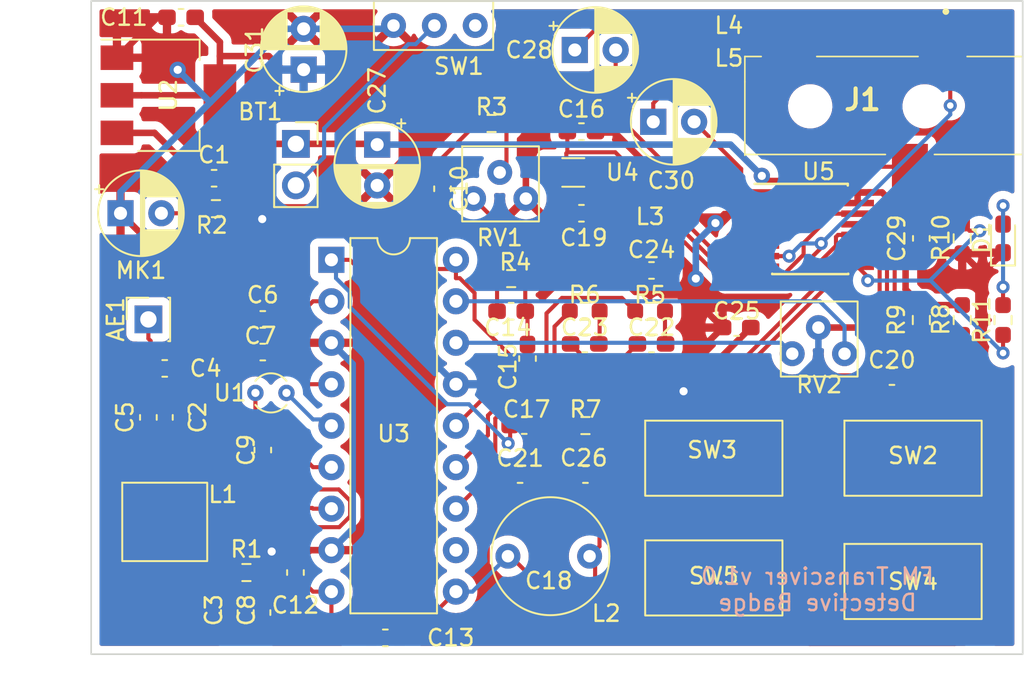
<source format=kicad_pcb>
(kicad_pcb (version 20211014) (generator pcbnew)
  (layers (0 "F.Cu" jumper) (31 "B.Cu" signal) (34 "B.Paste" user) (35 "F.Paste" user) (36 "B.SilkS" user "B.Silkscreen") (37 "F.SilkS" user "F.Silkscreen") (38 "B.Mask" user) (39 "F.Mask" user) (44 "Edge.Cuts" user))
  (net 0 "")
  (net 1 "Net-(AE1-Pad1)")
  (net 2 "PDN")
  (net 3 "GND")
  (net 4 "Net-(C2-Pad1)")
  (net 5 "Net-(C2-Pad2)")
  (net 6 "Net-(C5-Pad1)")
  (net 7 "Net-(C6-Pad1)")
  (net 8 "Net-(C7-Pad1)")
  (net 9 "1.8V")
  (net 10 "Net-(C9-Pad1)")
  (net 11 "Net-(C9-Pad2)")
  (net 12 "Net-(C10-Pad1)")
  (net 13 "Net-(C10-Pad2)")
  (net 14 "Net-(C12-Pad2)")
  (net 15 "Net-(C13-Pad1)")
  (net 16 "Net-(C14-Pad1)")
  (net 17 "Net-(C14-Pad2)")
  (net 18 "Net-(C15-Pad2)")
  (net 19 "RCLK2")
  (net 20 "Net-(C18-Pad2)")
  (net 21 "RCLK1")
  (net 22 "Net-(C21-Pad2)")
  (net 23 "Net-(C22-Pad2)")
  (net 24 "Net-(C23-Pad2)")
  (net 25 "Net-(C24-Pad2)")
  (net 26 "Net-(D1-Pad2)")
  (net 27 "Net-(J1-Pad2)")
  (net 28 "Net-(J1-Pad3)")
  (net 33 "unconnected-(L1-PadGND)")
  (net 34 "Net-(R3-Pad2)")
  (net 35 "Net-(R5-Pad1)")
  (net 36 "Net-(R6-Pad1)")
  (net 37 "Net-(R8-Pad2)")
  (net 38 "Net-(R9-Pad2)")
  (net 39 "Net-(R10-Pad1)")
  (net 40 "Net-(RV2-Pad1)")
  (net 41 "Net-(RV2-Pad3)")
  (net 42 "Net-(SW4-Pad1)")
  (net 43 "Net-(SW5-Pad1)")
  (net 44 "Net-(U1-Pad2)")
  (net 48 "Net-(BT1-Pad2)")
  (net 50 "Net-(C28-Pad1)")
  (net 51 "Net-(C28-Pad2)")
  (net 52 "Net-(C30-Pad1)")
  (net 53 "Net-(C30-Pad2)")
  (footprint "VariableResister:VariableResister" (layer "F.Cu") (at 72 40.5)
    (fp_text reference "RV1")
    (fp_text value "10k")
  )
  (footprint "Capacitor_SMD:C_0603_1608Metric_Pad1.08x0.95mm_HandSolder" (layer "F.Cu") (at 57.454 67.452 -90)
    (fp_text reference "C8")
    (fp_text value "0.01uF")
  )
  (footprint "Capacitor_SMD:C_0603_1608Metric_Pad1.08x0.95mm_HandSolder" (layer "F.Cu") (at 72.7 49)
    (fp_text reference "C14")
    (fp_text value "1000pF")
  )
  (footprint "Capacitor_THT:CP_Radial_D5.0mm_P2.50mm" (layer "F.Cu") (at 64.5 38.7949 -90)
    (fp_text reference "C27")
    (fp_text value "100uF")
  )
  (footprint "Package_DIP:DIP-18_W7.62mm" (layer "F.Cu") (at 61.7 45.85)
    (fp_text reference "U3")
    (fp_text value "BA1404")
  )
  (footprint "Resistor_SMD:R_0603_1608Metric_Pad0.98x0.95mm_HandSolder" (layer "F.Cu") (at 72.7 47)
    (fp_text reference "R4")
    (fp_text value "51k")
  )
  (footprint "MIC:SJ3523SMTTR" (layer "F.Cu") (at 101.5 36.45 180)
    (fp_text reference "J1")
    (fp_text value "SJ-3523-SMT-TR" hide)
  )
  (footprint "Capacitor_SMD:C_0603_1608Metric_Pad1.08x0.95mm_HandSolder" (layer "F.Cu") (at 73.245 59 180)
    (fp_text reference "C21")
    (fp_text value "470pF")
  )
  (footprint "Resistor_SMD:R_0603_1608Metric_Pad0.98x0.95mm_HandSolder" (layer "F.Cu") (at 81.2 49)
    (fp_text reference "R5")
    (fp_text value "10k")
  )
  (footprint "Inductor_SMD:L_01005_0402Metric_Pad0.57x0.30mm_HandSolder" (layer "F.Cu") (at 84.5 33.5)
    (fp_text reference "L5")
    (fp_text value "BLM15HD182SN1")
  )
  (footprint "VariableInductor1:VariableCoils-5CCEG" (layer "F.Cu") (at 51.5 62)
    (fp_text reference "L1")
    (fp_text value "Variable_Coil")
  )
  (footprint "Connector_PinSocket_2.54mm:PinSocket_1x02_P2.54mm_Vertical" (layer "F.Cu") (at 59.525 38.75)
    (fp_text reference "BT1")
    (fp_text value "Battery_Cell")
  )
  (footprint "Capacitor_SMD:C_0603_1608Metric_Pad1.08x0.95mm_HandSolder" (layer "F.Cu") (at 81.2875 46.5)
    (fp_text reference "C24")
    (fp_text value "15pF")
  )
  (footprint "Capacitor_SMD:C_0603_1608Metric_Pad1.08x0.95mm_HandSolder" (layer "F.Cu") (at 54.5209 40.856)
    (fp_text reference "C1")
    (fp_text value "10uF")
  )
  (footprint "slideSwitch:slideSwitch1" (layer "F.Cu") (at 68 31.5)
    (fp_text reference "SW1")
    (fp_text value "SW_Push_SPDT")
  )
  (footprint "RTC6215S:RTC6215S" (layer "F.Cu") (at 91 44)
    (fp_text reference "U5")
    (fp_text value "RTC6215N")
  )
  (footprint "Capacitor_THT:CP_Radial_D5.0mm_P2.50mm" (layer "F.Cu") (at 60 34.2051 90)
    (fp_text reference "C31")
    (fp_text value "100uF")
  )
  (footprint "Capacitor_THT:CP_Radial_D5.0mm_P2.50mm" (layer "F.Cu") (at 48.7949 43)
    (fp_text reference "MK1")
    (fp_text value "Microphone_Condenser")
  )
  (footprint "tactswitch1:tactswitch1" (layer "F.Cu") (at 97.192 58)
    (fp_text reference "SW2")
    (fp_text value "SEEK-")
  )
  (footprint "Capacitor_SMD:C_0603_1608Metric_Pad1.08x0.95mm_HandSolder" (layer "F.Cu") (at 51.5 52.5)
    (fp_text reference "C4")
    (fp_text value "3pF")
  )
  (footprint "tactswitch1:tactswitch1" (layer "F.Cu") (at 85 58)
    (fp_text reference "SW3")
    (fp_text value "SEEK+")
  )
  (footprint "Capacitor_SMD:C_0603_1608Metric_Pad1.08x0.95mm_HandSolder" (layer "F.Cu") (at 86.5 50)
    (fp_text reference "C25")
    (fp_text value "0.01uF")
  )
  (footprint "Capacitor_SMD:C_0603_1608Metric_Pad1.08x0.95mm_HandSolder" (layer "F.Cu") (at 68.5 41.5 -90)
    (fp_text reference "C10")
    (fp_text value "22uF")
  )
  (footprint "Capacitor_SMD:C_0603_1608Metric_Pad1.08x0.95mm_HandSolder" (layer "F.Cu") (at 59.5 65 -90)
    (fp_text reference "C12")
    (fp_text value "15pF")
  )
  (footprint "Capacitor_THT:CP_Radial_D5.0mm_P2.50mm" (layer "F.Cu") (at 81.3949 37.4)
    (fp_text reference "C30")
    (fp_text value "100uF")
  )
  (footprint "Capacitor_SMD:C_0603_1608Metric_Pad1.08x0.95mm_HandSolder" (layer "F.Cu") (at 77.245 59)
    (fp_text reference "C26")
    (fp_text value "0.01uF")
  )
  (footprint "Capacitor_THT:CP_Radial_D5.0mm_P2.50mm" (layer "F.Cu") (at 76.5949 33)
    (fp_text reference "C28")
    (fp_text value "100uF")
  )
  (footprint "Inductor_SMD:L_01005_0402Metric_Pad0.57x0.30mm_HandSolder" (layer "F.Cu") (at 84.5 31.5)
    (fp_text reference "L4")
    (fp_text value "BLM15HD182SN1")
  )
  (footprint "Resistor_SMD:R_0603_1608Metric_Pad0.98x0.95mm_HandSolder" (layer "F.Cu") (at 54.6329 42.716 180)
    (fp_text reference "R2")
    (fp_text value "3.3k")
  )
  (footprint "VariableResister:VariableResister" (layer "F.Cu") (at 91.5 50)
    (fp_text reference "RV2")
    (fp_text value "50k")
  )
  (footprint "Inductor_SMD:L_01005_0402Metric_Pad0.57x0.30mm_HandSolder" (layer "F.Cu") (at 81.2 44.2 180)
    (fp_text reference "L3")
    (fp_text value "160nH")
  )
  (footprint "Resistor_SMD:R_0603_1608Metric_Pad0.98x0.95mm_HandSolder" (layer "F.Cu") (at 56.5 65)
    (fp_text reference "R1")
    (fp_text value "10")
  )
  (footprint "Package_TO_SOT_SMD:SOT-223-3_TabPin2" (layer "F.Cu") (at 51.7269 35.776)
    (fp_text reference "U2")
    (fp_text value "LM1117-1.8")
  )
  (footprint "Capacitor_SMD:C_0603_1608Metric_Pad1.08x0.95mm_HandSolder" (layer "F.Cu") (at 97.8 44.5375 -90)
    (fp_text reference "C29")
    (fp_text value "100nF")
  )
  (footprint "Capacitor_SMD:C_0603_1608Metric_Pad1.08x0.95mm_HandSolder" (layer "F.Cu") (at 73.5 56 180)
    (fp_text reference "C17")
    (fp_text value "1000pF")
  )
  (footprint "Capacitor_SMD:C_0603_1608Metric_Pad1.08x0.95mm_HandSolder" (layer "F.Cu") (at 65 69 180)
    (fp_text reference "C13")
    (fp_text value "15pF")
  )
  (footprint "Capacitor_SMD:C_0603_1608Metric_Pad1.08x0.95mm_HandSolder" (layer "F.Cu") (at 50.5 55.5 90)
    (fp_text reference "C5")
    (fp_text value "47pF")
  )
  (footprint "Resistor_SMD:R_0603_1608Metric_Pad0.98x0.95mm_HandSolder" (layer "F.Cu") (at 97.8 49.5375 -90)
    (fp_text reference "R9")
    (fp_text value "10k")
  )
  (footprint "Trimmer_Capacitor:Trimmer_Cap_TZ03" (layer "F.Cu") (at 74.5 64)
    (fp_text reference "C18")
    (fp_text value "C_Trim")
  )
  (footprint "Capacitor_SMD:C_0603_1608Metric_Pad1.08x0.95mm_HandSolder" (layer "F.Cu") (at 81.2875 51)
    (fp_text reference "C22")
    (fp_text value "10uF")
  )
  (footprint "Capacitor_SMD:C_0603_1608Metric_Pad1.08x0.95mm_HandSolder" (layer "F.Cu") (at 52.5 55.5 -90)
    (fp_text reference "C2")
    (fp_text value "100pF")
  )
  (footprint "Resistor_SMD:R_0603_1608Metric_Pad0.98x0.95mm_HandSolder" (layer "F.Cu") (at 100.3 44.5375 -90)
    (fp_text reference "R10")
    (fp_text value "10k")
  )
  (footprint "Capacitor_SMD:C_0603_1608Metric_Pad1.08x0.95mm_HandSolder" (layer "F.Cu") (at 77 43 180)
    (fp_text reference "C19")
    (fp_text value "10pF")
  )
  (footprint "Capacitor_SMD:C_0603_1608Metric_Pad1.08x0.95mm_HandSolder" (layer "F.Cu") (at 73.7 51.8975 -90)
    (fp_text reference "C15")
    (fp_text value "10uF")
  )
  (footprint "Capacitor_SMD:C_0603_1608Metric_Pad1.08x0.95mm_HandSolder" (layer "F.Cu") (at 57.5 57.5 90)
    (fp_text reference "C9")
    (fp_text value "10pF")
  )
  (footprint "Resistor_SMD:R_0603_1608Metric_Pad0.98x0.95mm_HandSolder" (layer "F.Cu") (at 77.2 49)
    (fp_text reference "R6")
    (fp_text value "100k")
  )
  (footprint "Capacitor_SMD:C_0603_1608Metric_Pad1.08x0.95mm_HandSolder" (layer "F.Cu") (at 57.5 49.5 180)
    (fp_text reference "C6")
    (fp_text value "10uF")
  )
  (footprint "Resistor_SMD:R_0603_1608Metric_Pad0.98x0.95mm_HandSolder" (layer "F.Cu") (at 71.5 37.5)
    (fp_text reference "R3")
    (fp_text value "30k")
  )
  (footprint "Resistor_SMD:R_0603_1608Metric_Pad0.98x0.95mm_HandSolder" (layer "F.Cu") (at 100.3 49.5375 -90)
    (fp_text reference "R8")
    (fp_text value "10k")
  )
  (footprint "Resistor_SMD:R_0603_1608Metric_Pad0.98x0.95mm_HandSolder" (layer "F.Cu") (at 77.245 56 180)
    (fp_text reference "R7")
    (fp_text value "10")
  )
  (footprint "Resistor_SMD:R_0603_1608Metric_Pad0.98x0.95mm_HandSolder" (layer "F.Cu") (at 102.8 49.5375 90)
    (fp_text reference "R11")
    (fp_text value "1k")
  )
  (footprint "Crystal:Crystal_Round_D2.0mm_Vertical" (layer "F.Cu") (at 57.05 54)
    (fp_text reference "U1")
    (fp_text value "38kHz")
  )
  (footprint "Inductor_SMD:L_01005_0402Metric_Pad0.57x0.30mm_HandSolder" (layer "F.Cu") (at 77.5 68.5)
    (fp_text reference "L2")
    (fp_text value "100nH")
  )
  (footprint "Capacitor_SMD:C_0603_1608Metric_Pad1.08x0.95mm_HandSolder" (layer "F.Cu") (at 57.5 51.5 180)
    (fp_text reference "C7")
    (fp_text value "1000pF")
  )
  (footprint "Capacitor_SMD:C_0603_1608Metric_Pad1.08x0.95mm_HandSolder" (layer "F.Cu") (at 52.5 31 180)
    (fp_text reference "C11")
    (fp_text value "10uF")
  )
  (footprint "Connector_PinSocket_2.54mm:PinSocket_1x01_P2.54mm_Vertical" (layer "F.Cu") (at 50.5 49.5 90)
    (fp_text reference "AE1")
    (fp_text value "Antenna")
  )
  (footprint "Capacitor_SMD:C_0603_1608Metric_Pad1.08x0.95mm_HandSolder" (layer "F.Cu") (at 77 38)
    (fp_text reference "C16")
    (fp_text value "10pF")
  )
  (footprint "Crystal:Crystal_SMD_3215-2Pin_3.2x1.5mm" (layer "F.Cu") (at 76.5 40.5 180)
    (fp_text reference "U4")
    (fp_text value "32.768KHz ")
  )
  (footprint "Capacitor_SMD:C_0603_1608Metric_Pad1.08x0.95mm_HandSolder" (layer "F.Cu") (at 77.2 51)
    (fp_text reference "C23")
    (fp_text value "220pF")
  )
  (footprint "tactswitch1:tactswitch1" (layer "F.Cu") (at 97.192 65.548)
    (fp_text reference "SW4")
    (fp_text value "VOL-")
  )
  (footprint "LED_SMD:LED_0603_1608Metric_Pad1.05x0.95mm_HandSolder" (layer "F.Cu") (at 102.8 44.5375 90)
    (fp_text reference "D1")
    (fp_text value "LED")
  )
  (footprint "Capacitor_SMD:C_0603_1608Metric_Pad1.08x0.95mm_HandSolder" (layer "F.Cu") (at 55.454 67.452 -90)
    (fp_text reference "C3")
    (fp_text value "0.01uF")
  )
  (footprint "Capacitor_SMD:C_0603_1608Metric_Pad1.08x0.95mm_HandSolder" (layer "F.Cu") (at 96 53)
    (fp_text reference "C20")
    (fp_text value "22uF")
  )
  (footprint "tactswitch1:tactswitch1" (layer "F.Cu") (at 85 65.33)
    (fp_text reference "SW5")
    (fp_text value "VOL+")
  )
  (gr_rect (start 47 30) (end 104 70) (layer "Edge.Cuts") (width 0.1) (fill none))
  (gr_text "FM Transciver v1.0\nDetective Badge" (at 91.44 66.04) (layer "B.SilkS") (effects (font (size 1 1)) (justify mirror)))
  (segment (start 50.5 49.5) (end 50.5 50.6751) (width 0.25) (layer "F.Cu") (net 1))
  (segment (start 50.6375 50.8126) (end 50.6375 52.5) (width 0.25) (layer "F.Cu") (net 1))
  (segment (start 50.5 50.6751) (end 50.6375 50.8126) (width 0.25) (layer "F.Cu") (net 1))
  (segment (start 54.7363 39.7781) (end 53.6584 40.856) (width 0.4) (layer "F.Cu") (net 2))
  (segment (start 89.5 44.3) (end 88.1 44.3) (width 0.25) (layer "F.Cu") (net 2))
  (segment (start 96.8353 47.6603) (end 96.8353 44.6397) (width 0.4) (layer "F.Cu") (net 2))
  (segment (start 96.8353 44.6397) (end 97.5751 43.8999) (width 0.4) (layer "F.Cu") (net 2))
  (segment (start 97.8 48.625) (end 96.8353 47.6603) (width 0.4) (layer "F.Cu") (net 2))
  (segment (start 50.8784 38.076) (end 53.6584 40.856) (width 0.4) (layer "F.Cu") (net 2))
  (segment (start 100.3 48.625) (end 97.8 48.625) (width 0.4) (layer "F.Cu") (net 2))
  (segment (start 97.5751 43.8999) (end 95.4001 41.725) (width 0.4) (layer "F.Cu") (net 2))
  (segment (start 88.0384 40.7104) (end 88.3529 41.0249) (width 0.4) (layer "F.Cu") (net 2))
  (segment (start 64.4551 38.75) (end 64.5 38.7949) (width 0.4) (layer "F.Cu") (net 2))
  (segment (start 88.3529 41.0249) (end 91.6998 41.0249) (width 0.4) (layer "F.Cu") (net 2))
  (segment (start 93.9 42.2989) (end 93.9194 42.3183) (width 0.4) (layer "F.Cu") (net 2))
  (segment (start 89.7936 44.3313) (end 89.4687 44.3313) (width 0.4) (layer "F.Cu") (net 2))
  (segment (start 93.9 41.725) (end 94.55 41.725) (width 0.4) (layer "F.Cu") (net 2))
  (segment (start 93.9 41.725) (end 93.25 41.725) (width 0.4) (layer "F.Cu") (net 2))
  (segment (start 93.9 41.725) (end 93.9 42.2989) (width 0.4) (layer "F.Cu") (net 2))
  (segment (start 89.4687 44.3313) (end 89.3682 44.3313) (width 0.4) (layer "F.Cu") (net 2))
  (segment (start 59.525 38.75) (end 58.1749 38.75) (width 0.4) (layer "F.Cu") (net 2))
  (segment (start 93.15 41.725) (end 92.3999 41.725) (width 0.4) (layer "F.Cu") (net 2))
  (segment (start 94.6501 41.725) (end 95.4001 41.725) (width 0.4) (layer "F.Cu") (net 2))
  (segment (start 57.1468 39.7781) (end 54.7363 39.7781) (width 0.4) (layer "F.Cu") (net 2))
  (segment (start 48.5769 38.076) (end 50.8784 38.076) (width 0.4) (layer "F.Cu") (net 2))
  (segment (start 97.5751 43.8999) (end 97.8 43.675) (width 0.4) (layer "F.Cu") (net 2))
  (segment (start 91.6998 41.0249) (end 92.3999 41.725) (width 0.4) (layer "F.Cu") (net 2))
  (segment (start 94.6501 41.725) (end 94.55 41.725) (width 0.4) (layer "F.Cu") (net 2))
  (segment (start 59.525 38.75) (end 64.4551 38.75) (width 0.4) (layer "F.Cu") (net 2))
  (segment (start 57.1468 39.7781) (end 58.1749 38.75) (width 0.4) (layer "F.Cu") (net 2))
  (segment (start 93.15 41.725) (end 93.25 41.725) (width 0.4) (layer "F.Cu") (net 2))
  (segment (start 92.3999 41.725) (end 89.7936 44.3313) (width 0.4) (layer "F.Cu") (net 2))
  (via (at 88.0384 40.7104) (size 1) (drill 0.5) (layers "F.Cu" "B.Cu") (net 2))
  (segment (start 64.5 38.7949) (end 86.1229 38.7949) (width 0.4) (layer "B.Cu") (net 2))
  (segment (start 86.1229 38.7949) (end 88.0384 40.7104) (width 0.4) (layer "B.Cu") (net 2))
  (segment (start 60.3999 50.93) (end 61.7 50.93) (width 0.4) (layer "F.Cu") (net 3))
  (segment (start 101.392 67.748) (end 99.8339 69.3061) (width 0.4) (layer "F.Cu") (net 3))
  (segment (start 58.4301 67.1955) (end 58.4301 65.2074) (width 0.4) (layer "F.Cu") (net 3))
  (segment (start 73.137 36.5184) (end 73.6 36.9814) (width 0.4) (layer "F.Cu") (net 3))
  (segment (start 83.6614 48.0239) (end 83.6614 47.3386) (width 0.4) (layer "F.Cu") (net 3))
  (segment (start 74.3625 58.8725) (end 76.255 58.8725) (width 0.4) (layer "F.Cu") (net 3))
  (segment (start 89.2 67.53) (end 87.5329 69.1971) (width 0.4) (layer "F.Cu") (net 3))
  (segment (start 99.8339 69.3061) (end 90.9761 69.3061) (width 0.4) (layer "F.Cu") (net 3))
  (segment (start 71.1923 61.9152) (end 74.1075 59) (width 0.4) (layer "F.Cu") (net 3))
  (segment (start 51.0529 31) (end 51.6375 31) (width 0.4) (layer "F.Cu") (net 3))
  (segment (start 89.2 62.98) (end 89.2 60.2) (width 0.4) (layer "F.Cu") (net 3))
  (segment (start 101.292 46.442) (end 101.7705 46.442) (width 0.4) (layer "F.Cu") (net 3))
  (segment (start 55.3834 40.856) (end 56.4595 40.856) (width 0.4) (layer "F.Cu") (net 3))
  (segment (start 76.1375 43) (end 79.6375 46.5) (width 0.4) (layer "F.Cu") (net 3))
  (segment (start 48.5769 33.476) (end 51.5562 33.476) (width 0.4) (layer "F.Cu") (net 3))
  (segment (start 74.3625 56) (end 77.8452 52.5173) (width 0.4) (layer "F.Cu") (net 3))
  (segment (start 87.5329 69.1971) (end 75.8449 69.1971) (width 0.4) (layer "F.Cu") (net 3))
  (segment (start 76.255 58.8725) (end 76.3825 59) (width 0.4) (layer "F.Cu") (net 3))
  (segment (start 58.05 50.5) (end 58.025 50.525) (width 0.4) (layer "F.Cu") (net 3))
  (segment (start 59.9699 50.5) (end 60.3999 50.93) (width 0.4) (layer "F.Cu") (net 3))
  (segment (start 51.5562 33.476) (end 52.2952 34.215) (width 0.4) (layer "F.Cu") (net 3))
  (segment (start 101.292 46.442) (end 100.3 45.45) (width 0.4) (layer "F.Cu") (net 3))
  (segment (start 50.4874 33.476) (end 48.5769 33.476) (width 0.4) (layer "F.Cu") (net 3))
  (segment (start 98.8089 45.4) (end 97.8 45.4) (width 0.4) (layer "F.Cu") (net 3))
  (segment (start 76.1375 43) (end 74.5 43) (width 0.4) (layer "F.Cu") (net 3))
  (segment (start 73.6 36.9814) (end 73.6 42.1) (width 0.4) (layer "F.Cu") (net 3))
  (segment (start 71.1923 64.5445) (end 71.1923 61.9152) (width 0.4) (layer "F.Cu") (net 3))
  (segment (start 76.8439 36.9814) (end 77.8625 38) (width 0.4) (layer "F.Cu") (net 3))
  (segment (start 83.1202 52.5173) (end 85.6375 50) (width 0.4) (layer "F.Cu") (net 3))
  (segment (start 55.2949 49.5) (end 56.6375 49.5) (width 0.4) (layer "F.Cu") (net 3))
  (segment (start 56.6375 49.5) (end 57.6625 50.525) (width 0.4) (layer "F.Cu") (net 3))
  (segment (start 56.6375 51.5) (end 56.6875 51.5) (width 0.4) (layer "F.Cu") (net 3))
  (segment (start 81.9489 48.0239) (end 80.425 46.5) (width 0.4) (layer "F.Cu") (net 3))
  (segment (start 85.2 43.6) (end 85.75 43.05) (width 0.4) (layer "F.Cu") (net 3))
  (segment (start 89.2 55.85) (end 92.05 53) (width 0.4) (layer "F.Cu") (net 3))
  (segment (start 101.292 63.298) (end 101.392 63.298) (width 0.4) (layer "F.Cu") (net 3))
  (segment (start 77.8452 52.5173) (end 83.1202 52.5173) (width 0.4) (layer "F.Cu") (net 3))
  (segment (start 74.5 43) (end 73.6 42.1) (width 0.4) (layer "F.Cu") (net 3))
  (segment (start 74.1075 59) (end 74.235 58.8725) (width 0.4) (layer "F.Cu") (net 3))
  (segment (start 64.5 41.2949) (end 67.6758 38.1191) (width 0.4) (layer "F.Cu") (net 3))
  (segment (start 74.3625 58.8725) (end 74.3625 56) (width 0.4) (layer "F.Cu") (net 3))
  (segment (start 98.8589 45.45) (end 98.8089 45.4) (width 0.4) (layer "F.Cu") (net 3))
  (segment (start 101.392 67.748) (end 101.392 63.298) (width 0.4) (layer "F.Cu") (net 3))
  (segment (start 67.6758 36.5184) (end 73.137 36.5184) (width 0.4) (layer "F.Cu") (net 3))
  (segment (start 90.9761 69.3061) (end 89.2 67.53) (width 0.4) (layer "F.Cu") (net 3))
  (segment (start 56.4595 40.856) (end 58.2436 42.6401) (width 0.4) (layer "F.Cu") (net 3))
  (segment (start 59.5 64.1375) (end 59.8924 64.1375) (width 0.4) (layer "F.Cu") (net 3))
  (segment (start 61.7 63.63) (end 60.3999 63.63) (width 0.4) (layer "F.Cu") (net 3))
  (segment (start 58.4301 65.2074) (end 59.5 64.1375) (width 0.4) (layer "F.Cu") (net 3))
  (segment (start 55.454 68.3145) (end 57.135 68.3145) (width 0.4) (layer "F.Cu") (net 3))
  (segment (start 85.6375 50) (end 83.6614 48.0239) (width 0.4) (layer "F.Cu") (net 3))
  (segment (start 58.2436 42.6401) (end 63.1548 42.6401) (width 0.4) (layer "F.Cu") (net 3))
  (segment (start 79.6375 46.5) (end 80.425 46.5) (width 0.4) (layer "F.Cu") (net 3))
  (segment (start 101.392 55.85) (end 101.392 60.2) (width 0.4) (layer "F.Cu") (net 3))
  (segment (start 89.2 55.85) (end 89.1 55.75) (width 0.4) (layer "F.Cu") (net 3))
  (segment (start 57.6625 50.525) (end 58.025 50.525) (width 0.4) (layer "F.Cu") (net 3))
  (segment (start 89.2 63.18) (end 89.2 67.53) (width 0.4) (layer "F.Cu") (net 3))
  (segment (start 101.7705 46.442) (end 102.8 45.4125) (width 0.4) (layer "F.Cu") (net 3))
  (segment (start 89.1 63.08) (end 89.2 62.98) (width 0.4) (layer "F.Cu") (net 3))
  (segment (start 59.8924 64.1375) (end 60.3999 63.63) (width 0.4) (layer "F.Cu") (net 3))
  (segment (start 89.2 60.2) (end 89.2 55.85) (width 0.4) (layer "F.Cu") (net 3))
  (segment (start 67.6758 33.6758) (end 65.5 31.5) (width 0.4) (layer "F.Cu") (net 3))
  (segment (start 80.425 44.6989) (end 80.7358 44.3881) (width 0.4) (layer "F.Cu") (net 3))
  (segment (start 80.425 46.5) (end 80.425 44.6989) (width 0.4) (layer "F.Cu") (net 3))
  (segment (start 101.292 55.75) (end 101.292 46.442) (width 0.4) (layer "F.Cu") (net 3))
  (segment (start 48.5769 33.476) (end 51.0529 31) (width 0.4) (layer "F.Cu") (net 3))
  (segment (start 100.3 45.45) (end 98.8589 45.45) (width 0.4) (layer "F.Cu") (net 3))
  (segment (start 86.6 43) (end 87.6 43) (width 0.25) (layer "F.Cu") (net 3))
  (segment (start 63.1548 42.6401) (end 64.5 41.2949) (width 0.4) (layer "F.Cu") (net 3))
  (segment (start 89.1 63.08) (end 89.2 63.18) (width 0.4) (layer "F.Cu") (net 3))
  (segment (start 56.6875 51.5) (end 57.6625 50.525) (width 0.4) (layer "F.Cu") (net 3))
  (segment (start 74.235 58.8725) (end 74.3625 58.8725) (width 0.4) (layer "F.Cu") (net 3))
  (segment (start 57.135 68.3145) (end 57.3111 68.3145) (width 0.4) (layer "F.Cu") (net 3))
  (segment (start 59.9699 50.5) (end 58.05 50.5) (width 0.4) (layer "F.Cu") (net 3))
  (segment (start 73.6 36.9814) (end 76.8439 36.9814) (width 0.4) (layer "F.Cu") (net 3))
  (segment (start 83.6614 47.3386) (end 84 47) (width 0.4) (layer "F.Cu") (net 3))
  (segment (start 101.292 55.75) (end 101.392 55.85) (width 0.4) (layer "F.Cu") (net 3))
  (segment (start 67.6758 36.5184) (end 67.6758 33.6758) (width 0.4) (layer "F.Cu") (net 3))
  (segment (start 80.7358 44.3881) (end 80.7772 44.3467) (width 0.3004) (layer "F.Cu") (net 3))
  (segment (start 57.135 68.3145) (end 57.454 68.3145) (width 0.4) (layer "F.Cu") (net 3))
  (segment (start 57.3111 68.3145) (end 58.4301 67.1955) (width 0.4) (layer "F.Cu") (net 3))
  (segment (start 67.6758 38.1191) (end 67.6758 36.5184) (width 0.4) (layer "F.Cu") (net 3))
  (segment (start 85.75 43.05) (end 86.6 43.05) (width 0.4) (layer "F.Cu") (net 3))
  (segment (start 101.392 63.298) (end 101.392 60.2) (width 0.4) (layer "F.Cu") (net 3))
  (segment (start 92.05 53) (end 95.1375 53) (width 0.4) (layer "F.Cu") (net 3))
  (segment (start 48.7949 43) (end 55.2949 49.5) (width 0.4) (layer "F.Cu") (net 3))
  (segment (start 83.6614 48.0239) (end 81.9489 48.0239) (width 0.4) (layer "F.Cu") (net 3))
  (segment (start 75.8449 69.1971) (end 71.1923 64.5445) (width 0.4) (layer "F.Cu") (net 3))
  (via (at 85.2 43.6) (size 1) (drill 0.5) (layers "F.Cu" "B.Cu") (net 3))
  (via (at 52.2952 34.215) (size 1) (drill 0.5) (layers "F.Cu" "B.Cu") (net 3))
  (via (at 84 47) (size 1) (drill 0.5) (layers "F.Cu" "B.Cu") (net 3))
  (segment (start 58.7897 31.7051) (end 60 31.7051) (width 0.4) (layer "B.Cu") (net 3))
  (segment (start 48.7949 43) (end 48.7949 41.6999) (width 0.4) (layer "B.Cu") (net 3))
  (segment (start 63.0038 52.2338) (end 61.7 50.93) (width 0.4) (layer "B.Cu") (net 3))
  (segment (start 48.7949 41.6999) (end 54.2875 36.2073) (width 0.4) (layer "B.Cu") (net 3))
  (segment (start 84 47) (end 84 44.8) (width 0.4) (layer "B.Cu") (net 3))
  (segment (start 84 44.8) (end 85.2 43.6) (width 0.4) (layer "B.Cu") (net 3))
  (segment (start 54.2875 36.2073) (end 58.7897 31.7051) (width 0.4) (layer "B.Cu") (net 3))
  (segment (start 52.2952 34.215) (end 54.2875 36.2073) (width 0.4) (layer "B.Cu") (net 3))
  (segment (start 63.0038 62.3262) (end 63.0038 52.2338) (width 0.4) (layer "B.Cu") (net 3))
  (segment (start 61.7 63.63) (end 63.0038 62.3262) (width 0.4) (layer "B.Cu") (net 3))
  (segment (start 65.2949 31.7051) (end 65.5 31.5) (width 0.4) (layer "B.Cu") (net 3))
  (segment (start 60 31.7051) (end 65.2949 31.7051) (width 0.4) (layer "B.Cu") (net 3))
  (segment (start 52.3625 54.6375) (end 52.3625 52.5) (width 0.25) (layer "F.Cu") (net 4))
  (segment (start 52.5 54.6375) (end 52.3625 54.6375) (width 0.25) (layer "F.Cu") (net 4))
  (segment (start 52.3625 54.6375) (end 50.5 54.6375) (width 0.25) (layer "F.Cu") (net 4))
  (segment (start 58.2104 62.2237) (end 55.5875 64.8466) (width 0.25) (layer "F.Cu") (net 5))
  (segment (start 57.6921 59.9127) (end 62.1528 59.9127) (width 0.25) (layer "F.Cu") (net 5))
  (segment (start 55.5875 64.8466) (end 55.5875 65) (width 0.25) (layer "F.Cu") (net 5))
  (segment (start 62.8452 61.5567) (end 62.1782 62.2237) (width 0.25) (layer "F.Cu") (net 5))
  (segment (start 62.8452 60.6051) (end 62.8452 61.5567) (width 0.25) (layer "F.Cu") (net 5))
  (segment (start 62.1782 62.2237) (end 58.2104 62.2237) (width 0.25) (layer "F.Cu") (net 5))
  (segment (start 55.5875 66.456) (end 55.5875 65) (width 0.25) (layer "F.Cu") (net 5))
  (segment (start 55.5875 65) (end 53.3 65) (width 0.25) (layer "F.Cu") (net 5))
  (segment (start 54.1419 56.3625) (end 57.6921 59.9127) (width 0.25) (layer "F.Cu") (net 5))
  (segment (start 52.5 56.3625) (end 54.1419 56.3625) (width 0.25) (layer "F.Cu") (net 5))
  (segment (start 62.1528 59.9127) (end 62.8452 60.6051) (width 0.25) (layer "F.Cu") (net 5))
  (segment (start 55.454 66.5895) (end 55.5875 66.456) (width 0.25) (layer "F.Cu") (net 5))
  (segment (start 60.5343 61.0494) (end 60.5749 61.09) (width 0.25) (layer "F.Cu") (net 6))
  (segment (start 51.4095 57.272) (end 53.7221 57.272) (width 0.25) (layer "F.Cu") (net 6))
  (segment (start 51.0242 63.3755) (end 55.1734 63.3755) (width 0.25) (layer "F.Cu") (net 6))
  (segment (start 50.5 56.3625) (end 51.4095 57.272) (width 0.25) (layer "F.Cu") (net 6))
  (segment (start 57.4995 61.0494) (end 60.5343 61.0494) (width 0.25) (layer "F.Cu") (net 6))
  (segment (start 61.7 61.09) (end 60.5749 61.09) (width 0.25) (layer "F.Cu") (net 6))
  (segment (start 53.7221 57.272) (end 57.4995 61.0494) (width 0.25) (layer "F.Cu") (net 6))
  (segment (start 49.7 65) (end 49.7 64.6997) (width 0.25) (layer "F.Cu") (net 6))
  (segment (start 55.1734 63.3755) (end 57.4995 61.0494) (width 0.25) (layer "F.Cu") (net 6))
  (segment (start 49.7 64.6997) (end 51.0242 63.3755) (width 0.25) (layer "F.Cu") (net 6))
  (segment (start 59.4649 49.5) (end 60.5749 48.39) (width 0.25) (layer "F.Cu") (net 7))
  (segment (start 58.3625 49.5) (end 59.4649 49.5) (width 0.25) (layer "F.Cu") (net 7))
  (segment (start 61.7 48.39) (end 60.5749 48.39) (width 0.25) (layer "F.Cu") (net 7))
  (segment (start 58.3625 51.5) (end 60.3325 53.47) (width 0.25) (layer "F.Cu") (net 8))
  (segment (start 60.3325 53.47) (end 61.7 53.47) (width 0.25) (layer "F.Cu") (net 8))
  (segment (start 55.5454 42.716) (end 56.1847 43.3553) (width 0.4) (layer "F.Cu") (net 9))
  (segment (start 93.8625 50) (end 91.5 50) (width 0.4) (layer "F.Cu") (net 9))
  (segment (start 96.8625 53) (end 93.8625 50) (width 0.4) (layer "F.Cu") (net 9))
  (segment (start 57.8707 33.3759) (end 54.8769 33.3759) (width 0.4) (layer "F.Cu") (net 9))
  (segment (start 78.4325 53.9) (end 83.2497 53.9) (width 0.4) (layer "F.Cu") (net 9))
  (segment (start 54.8769 35.076) (end 54.8769 33.3759) (width 0.4) (layer "F.Cu") (net 9))
  (segment (start 58.0445 63.714) (end 58.0445 64.368) (width 0.4) (layer "F.Cu") (net 9))
  (segment (start 48.5769 35.776) (end 50.077 35.776) (width 0.4) (layer "F.Cu") (net 9))
  (segment (start 54.8769 32.5144) (end 53.3625 31) (width 0.4) (layer "F.Cu") (net 9))
  (segment (start 57.4125 65) (end 57.454 65.0415) (width 0.4) (layer "F.Cu") (net 9))
  (segment (start 60 34.2051) (end 58.6999 34.2051) (width 0.4) (layer "F.Cu") (net 9))
  (segment (start 76.3325 56) (end 78.4325 53.9) (width 0.4) (layer "F.Cu") (net 9))
  (segment (start 54.8769 35.776) (end 54.8769 35.076) (width 0.4) (layer "F.Cu") (net 9))
  (segment (start 50.077 35.776) (end 54.1769 35.776) (width 0.4) (layer "F.Cu") (net 9))
  (segment (start 54.8769 33.3759) (end 54.8769 32.5144) (width 0.4) (layer "F.Cu") (net 9))
  (segment (start 83.2497 53.9) (end 83.4625 53.9) (width 0.4) (layer "F.Cu") (net 9))
  (segment (start 83.4625 53.9) (end 87.3625 50) (width 0.4) (layer "F.Cu") (net 9))
  (segment (start 58.6999 34.2051) (end 57.8707 33.3759) (width 0.4) (layer "F.Cu") (net 9))
  (segment (start 54.1769 35.776) (end 54.8769 35.076) (width 0.4) (layer "F.Cu") (net 9))
  (segment (start 57.454 65.0415) (end 57.454 66.5895) (width 0.4) (layer "F.Cu") (net 9))
  (segment (start 58.0445 64.368) (end 57.4125 65) (width 0.4) (layer "F.Cu") (net 9))
  (segment (start 56.1847 43.3553) (end 57.4661 43.3553) (width 0.4) (layer "F.Cu") (net 9))
  (via (at 57.4661 43.3553) (size 1) (drill 0.5) (layers "F.Cu" "B.Cu") (net 9))
  (via (at 83.2497 53.9) (size 1) (drill 0.5) (layers "F.Cu" "B.Cu") (net 9))
  (via (at 58.0445 63.714) (size 1) (drill 0.5) (layers "F.Cu" "B.Cu") (net 9))
  (segment (start 56.0381 44.7833) (end 56.0381 61.7076) (width 0.4) (layer "B.Cu") (net 9))
  (segment (start 69.32 53.47) (end 83.2497 53.47) (width 0.4) (layer "B.Cu") (net 9))
  (segment (start 58.1337 43.3553) (end 57.4661 43.3553) (width 0.4) (layer "B.Cu") (net 9))
  (segment (start 67.6396 49.4315) (end 67.6396 51.7896) (width 0.4) (layer "B.Cu") (net 9))
  (segment (start 56.0381 61.7076) (end 58.0445 63.714) (width 0.4) (layer "B.Cu") (net 9))
  (segment (start 60 35.5052) (end 58.1337 37.3715) (width 0.4) (layer "B.Cu") (net 9))
  (segment (start 58.1337 43.3553) (end 61.5634 43.3553) (width 0.4) (layer "B.Cu") (net 9))
  (segment (start 58.1337 37.3715) (end 58.1337 43.3553) (width 0.4) (layer "B.Cu") (net 9))
  (segment (start 60 34.2051) (end 60 35.5052) (width 0.4) (layer "B.Cu") (net 9))
  (segment (start 83.2497 53.47) (end 89.9004 53.47) (width 0.4) (layer "B.Cu") (net 9))
  (segment (start 91.5 51.8704) (end 91.5 50) (width 0.4) (layer "B.Cu") (net 9))
  (segment (start 67.6396 51.7896) (end 69.32 53.47) (width 0.4) (layer "B.Cu") (net 9))
  (segment (start 89.9004 53.47) (end 91.5 51.8704) (width 0.4) (layer "B.Cu") (net 9))
  (segment (start 61.5634 43.3553) (end 67.6396 49.4315) (width 0.4) (layer "B.Cu") (net 9))
  (segment (start 57.4661 43.3553) (end 56.0381 44.7833) (width 0.4) (layer "B.Cu") (net 9))
  (segment (start 83.2497 53.47) (end 83.2497 53.9) (width 0.4) (layer "B.Cu") (net 9))
  (segment (start 57.5 58.3625) (end 60.3874 58.3625) (width 0.25) (layer "F.Cu") (net 10))
  (segment (start 61.7 58.55) (end 60.5749 58.55) (width 0.25) (layer "F.Cu") (net 10))
  (segment (start 60.3874 58.3625) (end 60.5749 58.55) (width 0.25) (layer "F.Cu") (net 10))
  (segment (start 57.05 54) (end 57.05 56.1875) (width 0.25) (layer "F.Cu") (net 11))
  (segment (start 57.05 56.1875) (end 57.5 56.6375) (width 0.25) (layer "F.Cu") (net 11))
  (segment (start 70.5875 37.5) (end 68.5 39.5875) (width 0.25) (layer "F.Cu") (net 12))
  (segment (start 68.5 39.5875) (end 68.5 40.6375) (width 0.25) (layer "F.Cu") (net 12))
  (segment (start 53.4364 43) (end 51.2949 43) (width 0.25) (layer "F.Cu") (net 13))
  (segment (start 53.7204 42.716) (end 55.2919 44.2875) (width 0.25) (layer "F.Cu") (net 13))
  (segment (start 55.2919 44.2875) (end 66.575 44.2875) (width 0.25) (layer "F.Cu") (net 13))
  (segment (start 66.575 44.2875) (end 68.5 42.3625) (width 0.25) (layer "F.Cu") (net 13))
  (segment (start 53.7204 42.716) (end 53.4364 43) (width 0.25) (layer "F.Cu") (net 13))
  (segment (start 60.2674 65.8625) (end 60.5749 66.17) (width 0.25) (layer "F.Cu") (net 14))
  (segment (start 61.7 67.7) (end 63 69) (width 0.25) (layer "F.Cu") (net 14))
  (segment (start 61.7 66.17) (end 61.7 67.7) (width 0.25) (layer "F.Cu") (net 14))
  (segment (start 59.5 65.8625) (end 60.2674 65.8625) (width 0.25) (layer "F.Cu") (net 14))
  (segment (start 61.7 66.17) (end 60.5749 66.17) (width 0.25) (layer "F.Cu") (net 14))
  (segment (start 63 69) (end 64.1375 69) (width 0.25) (layer "F.Cu") (net 14))
  (segment (start 77.1625 68.5) (end 72.6625 64) (width 0.25) (layer "F.Cu") (net 15))
  (segment (start 72.6625 64) (end 72.5 64) (width 0.25) (layer "F.Cu") (net 15))
  (segment (start 69.32 66.17) (end 66.49 69) (width 0.25) (layer "F.Cu") (net 15))
  (segment (start 66.49 69) (end 65.8625 69) (width 0.25) (layer "F.Cu") (net 15))
  (segment (start 72.5 64) (end 70.33 66.17) (width 0.25) (layer "B.Cu") (net 15))
  (segment (start 70.33 66.17) (end 69.32 66.17) (width 0.25) (layer "B.Cu") (net 15))
  (segment (start 71.8375 49) (end 71.8375 47.05) (width 0.25) (layer "F.Cu") (net 16))
  (segment (start 71.7875 47) (end 71.7875 43.4875) (width 0.25) (layer "F.Cu") (net 16))
  (segment (start 71.7875 43.4875) (end 70.4 42.1) (width 0.25) (layer "F.Cu") (net 16))
  (segment (start 71.8375 47.05) (end 71.7875 47) (width 0.25) (layer "F.Cu") (net 16))
  (segment (start 73.7 49.1375) (end 73.5625 49) (width 0.25) (layer "F.Cu") (net 17))
  (segment (start 73.5625 47.05) (end 73.5625 49) (width 0.25) (layer "F.Cu") (net 17))
  (segment (start 73.7 51.035) (end 73.7 49.1375) (width 0.25) (layer "F.Cu") (net 17))
  (segment (start 73.6125 47) (end 73.5625 47.05) (width 0.25) (layer "F.Cu") (net 17))
  (segment (start 69.32 46.4125) (end 69.32 46.9751) (width 0.25) (layer "F.Cu") (net 18))
  (segment (start 69.32 46.9751) (end 69.5531 46.9751) (width 0.25) (layer "F.Cu") (net 18))
  (segment (start 70.4599 49.5199) (end 73.7 52.76) (width 0.25) (layer "F.Cu") (net 18))
  (segment (start 61.7 45.85) (end 62.8251 45.85) (width 0.25) (layer "F.Cu") (net 18))
  (segment (start 63.3876 46.4125) (end 62.8251 45.85) (width 0.25) (layer "F.Cu") (net 18))
  (segment (start 72.6375 56) (end 72.6375 56.9751) (width 0.25) (layer "F.Cu") (net 18))
  (segment (start 72.6375 56.9751) (end 72.5161 57.0965) (width 0.25) (layer "F.Cu") (net 18))
  (segment (start 69.5531 46.9751) (end 70.4599 47.8819) (width 0.25) (layer "F.Cu") (net 18))
  (segment (start 70.4599 47.8819) (end 70.4599 49.5199) (width 0.25) (layer "F.Cu") (net 18))
  (segment (start 69.32 45.85) (end 69.32 46.4125) (width 0.25) (layer "F.Cu") (net 18))
  (segment (start 69.32 46.4125) (end 63.3876 46.4125) (width 0.25) (layer "F.Cu") (net 18))
  (via (at 72.5161 57.0965) (size 0.8) (drill 0.4) (layers "F.Cu" "B.Cu") (net 18))
  (segment (start 61.9814 46.9751) (end 62.8251 47.8188) (width 0.25) (layer "B.Cu") (net 18))
  (segment (start 62.8251 48.7413) (end 68.779 54.6952) (width 0.25) (layer "B.Cu") (net 18))
  (segment (start 68.779 54.6952) (end 70.1148 54.6952) (width 0.25) (layer "B.Cu") (net 18))
  (segment (start 61.9814 46.1314) (end 61.7 45.85) (width 0.25) (layer "B.Cu") (net 18))
  (segment (start 62.8251 47.8188) (end 62.8251 48.7413) (width 0.25) (layer "B.Cu") (net 18))
  (segment (start 61.9814 46.9751) (end 61.9814 46.1314) (width 0.25) (layer "B.Cu") (net 18))
  (segment (start 70.1148 54.6952) (end 72.5161 57.0965) (width 0.25) (layer "B.Cu") (net 18))
  (segment (start 86.002748 46.197252) (end 86.002748 44.372252) (width 0.25) (layer "F.Cu") (net 19))
  (segment (start 76.0751 40.5) (end 76.0751 39.3268) (width 0.25) (layer "F.Cu") (net 19))
  (segment (start 76.0751 39.3268) (end 76.1375 39.2644) (width 0.25) (layer "F.Cu") (net 19))
  (segment (start 76.1375 39.2644) (end 76.1375 38) (width 0.25) (layer "F.Cu") (net 19))
  (segment (start 79.069896 39.2644) (end 86.002748 46.197252) (width 0.25) (layer "F.Cu") (net 19))
  (segment (start 86.7 43.675) (end 88.1 43.675) (width 0.25) (layer "F.Cu") (net 19))
  (segment (start 76.1375 39.2644) (end 79.069896 39.2644) (width 0.25) (layer "F.Cu") (net 19))
  (segment (start 75.25 40.5) (end 76.0751 40.5) (width 0.25) (layer "F.Cu") (net 19))
  (segment (start 86.002748 44.372252) (end 86.7 43.675) (width 0.25) (layer "F.Cu") (net 19))
  (segment (start 78.1075 59) (end 78.1075 63.3925) (width 0.25) (layer "F.Cu") (net 20))
  (segment (start 77.8375 64.3375) (end 77.5 64) (width 0.25) (layer "F.Cu") (net 20))
  (segment (start 78.1575 56) (end 78.1075 56.05) (width 0.25) (layer "F.Cu") (net 20))
  (segment (start 78.1075 63.3925) (end 77.5 64) (width 0.25) (layer "F.Cu") (net 20))
  (segment (start 78.1075 56.05) (end 78.1075 59) (width 0.25) (layer "F.Cu") (net 20))
  (segment (start 77.8375 68.5) (end 77.8375 64.3375) (width 0.25) (layer "F.Cu") (net 20))
  (segment (start 77.8625 41.8376) (end 77.8625 43) (width 0.25) (layer "F.Cu") (net 21))
  (segment (start 85.9842 46.8151) (end 89.3108 46.8151) (width 0.25) (layer "F.Cu") (net 21))
  (segment (start 90.5962 45.5297) (end 90.5962 44.8201) (width 0.25) (layer "F.Cu") (net 21))
  (segment (start 77.8625 43) (end 82.1691 43) (width 0.25) (layer "F.Cu") (net 21))
  (segment (start 92.3913 43.025) (end 93.9 43.025) (width 0.25) (layer "F.Cu") (net 21))
  (segment (start 77.75 40.5) (end 77.75 41.7251) (width 0.25) (layer "F.Cu") (net 21))
  (segment (start 82.1691 43) (end 85.9842 46.8151) (width 0.25) (layer "F.Cu") (net 21))
  (segment (start 77.75 41.7251) (end 77.8625 41.8376) (width 0.25) (layer "F.Cu") (net 21))
  (segment (start 90.5962 44.8201) (end 92.3913 43.025) (width 0.25) (layer "F.Cu") (net 21))
  (segment (start 89.3108 46.8151) (end 90.5962 45.5297) (width 0.25) (layer "F.Cu") (net 21))
  (segment (start 77.1833 51.9079) (end 77.1833 51.8458) (width 0.25) (layer "F.Cu") (net 22))
  (segment (start 72.6377 54.6584) (end 74.4328 54.6584) (width 0.25) (layer "F.Cu") (net 22))
  (segment (start 71.41 59) (end 72.3825 59) (width 0.25) (layer "F.Cu") (net 22))
  (segment (start 71.729 55.5671) (end 72.6377 54.6584) (width 0.25) (layer "F.Cu") (net 22))
  (segment (start 74.4328 54.6584) (end 77.1833 51.9079) (width 0.25) (layer "F.Cu") (net 22))
  (segment (start 71.729 58.3465) (end 71.729 55.5671) (width 0.25) (layer "F.Cu") (net 22))
  (segment (start 76.3375 51) (end 77.1833 51.8458) (width 0.25) (layer "F.Cu") (net 22))
  (segment (start 72.3825 59) (end 71.729 58.3465) (width 0.25) (layer "F.Cu") (net 22))
  (segment (start 79.5792 51.8458) (end 80.425 51) (width 0.25) (layer "F.Cu") (net 22))
  (segment (start 77.1833 51.8458) (end 79.5792 51.8458) (width 0.25) (layer "F.Cu") (net 22))
  (segment (start 69.32 61.09) (end 71.41 59) (width 0.25) (layer "F.Cu") (net 22))
  (segment (start 82.1125 50.9625) (end 82.1125 49) (width 0.25) (layer "F.Cu") (net 23))
  (segment (start 82.15 51) (end 82.1125 50.9625) (width 0.25) (layer "F.Cu") (net 23))
  (segment (start 78.0625 51) (end 78.1125 50.95) (width 0.25) (layer "F.Cu") (net 24))
  (segment (start 78.1125 50.95) (end 78.1125 49) (width 0.25) (layer "F.Cu") (net 24))
  (segment (start 99.1 34.4751) (end 99.5688 34.9439) (width 0.25) (layer "F.Cu") (net 25))
  (segment (start 91.6719 45.1181) (end 89.5021 47.2879) (width 0.25) (layer "F.Cu") (net 25))
  (segment (start 83.307104 44.7744) (end 82.15 44.7744) (width 0.25) (layer "F.Cu") (net 25))
  (segment (start 99.5688 34.9439) (end 99.5688 36.4043) (width 0.25) (layer "F.Cu") (net 25))
  (segment (start 89.7076 45.625) (end 88.1 45.625) (width 0.25) (layer "F.Cu") (net 25))
  (segment (start 82.15 46.5) (end 82.15 44.7744) (width 0.25) (layer "F.Cu") (net 25))
  (segment (start 99.1 32.75) (end 99.1 34.4751) (width 0.25) (layer "F.Cu") (net 25))
  (segment (start 85.820604 47.2879) (end 83.307104 44.7744) (width 0.25) (layer "F.Cu") (net 25))
  (segment (start 89.5021 47.2879) (end 85.820604 47.2879) (width 0.25) (layer "F.Cu") (net 25))
  (segment (start 82.15 44.7744) (end 81.5813 44.2057) (width 0.25) (layer "F.Cu") (net 25))
  (segment (start 91.6719 44.8496) (end 91.6719 45.1181) (width 0.25) (layer "F.Cu") (net 25))
  (via (at 99.5688 36.4043) (size 0.8) (drill 0.4) (layers "F.Cu" "B.Cu") (net 25))
  (via (at 89.7076 45.625) (size 0.8) (drill 0.4) (layers "F.Cu" "B.Cu") (net 25))
  (via (at 91.6719 44.8496) (size 0.8) (drill 0.4) (layers "F.Cu" "B.Cu") (net 25))
  (segment (start 91.6719 44.8496) (end 90.483 44.8496) (width 0.25) (layer "B.Cu") (net 25))
  (segment (start 99.5688 36.4043) (end 99.5688 36.9527) (width 0.25) (layer "B.Cu") (net 25))
  (segment (start 99.5688 36.9527) (end 91.6719 44.8496) (width 0.25) (layer "B.Cu") (net 25))
  (segment (start 90.483 44.8496) (end 89.7076 45.625) (width 0.25) (layer "B.Cu") (net 25))
  (segment (start 102.8 47.5154) (end 102.8 48.625) (width 0.25) (layer "F.Cu") (net 26))
  (segment (start 102.8 43.6625) (end 102.8 42.5314) (width 0.25) (layer "F.Cu") (net 26))
  (via (at 102.8 42.5314) (size 0.8) (drill 0.4) (layers "F.Cu" "B.Cu") (net 26))
  (via (at 102.8 47.5154) (size 0.8) (drill 0.4) (layers "F.Cu" "B.Cu") (net 26))
  (segment (start 102.8 47.5154) (end 102.8 42.5314) (width 0.25) (layer "B.Cu") (net 26))
  (segment (start 84.8375 31.5) (end 86.8249 31.5) (width 0.25) (layer "F.Cu") (net 27))
  (segment (start 89.7 32.65) (end 87.9749 32.65) (width 0.25) (layer "F.Cu") (net 27))
  (segment (start 86.8249 31.5) (end 87.9749 32.65) (width 0.25) (layer "F.Cu") (net 27))
  (segment (start 84.8375 33.5) (end 91.4875 40.15) (width 0.25) (layer "F.Cu") (net 28))
  (segment (start 91.4875 40.15) (end 97.1 40.15) (width 0.25) (layer "F.Cu") (net 28))
  (segment (start 48.9 62) (end 54.1 62) (width 0.25) (layer "F.Cu") (net 33))
  (segment (start 72.4125 40.0875) (end 72 40.5) (width 0.25) (layer "F.Cu") (net 34))
  (segment (start 72.4125 37.5) (end 72.4125 40.0875) (width 0.25) (layer "F.Cu") (net 34))
  (segment (start 74.0765 53.7184) (end 71.6116 53.7184) (width 0.25) (layer "F.Cu") (net 35))
  (segment (start 79.4715 48.184) (end 75.8071 48.184) (width 0.25) (layer "F.Cu") (net 35))
  (segment (start 75.8071 48.184) (end 74.8611 49.13) (width 0.25) (layer "F.Cu") (net 35))
  (segment (start 80.2875 49) (end 79.4715 48.184) (width 0.25) (layer "F.Cu") (net 35))
  (segment (start 74.8611 49.13) (end 74.8611 52.9338) (width 0.25) (layer "F.Cu") (net 35))
  (segment (start 71.6116 53.7184) (end 69.32 56.01) (width 0.25) (layer "F.Cu") (net 35))
  (segment (start 74.8611 52.9338) (end 74.0765 53.7184) (width 0.25) (layer "F.Cu") (net 35))
  (segment (start 74.263 54.1686) (end 75.3527 53.0789) (width 0.25) (layer "F.Cu") (net 36))
  (segment (start 71.2789 55.3807) (end 72.491 54.1686) (width 0.25) (layer "F.Cu") (net 36))
  (segment (start 75.3527 53.0789) (end 75.3527 49.9348) (width 0.25) (layer "F.Cu") (net 36))
  (segment (start 72.491 54.1686) (end 74.263 54.1686) (width 0.25) (layer "F.Cu") (net 36))
  (segment (start 71.2789 56.5911) (end 71.2789 55.3807) (width 0.25) (layer "F.Cu") (net 36))
  (segment (start 69.32 58.55) (end 71.2789 56.5911) (width 0.25) (layer "F.Cu") (net 36))
  (segment (start 75.3527 49.9348) (end 76.2875 49) (width 0.25) (layer "F.Cu") (net 36))
  (segment (start 99.4864 49.6364) (end 97.3746 49.6364) (width 0.25) (layer "F.Cu") (net 37))
  (segment (start 100.3 50.45) (end 99.4864 49.6364) (width 0.25) (layer "F.Cu") (net 37))
  (segment (start 96.2773 55.75) (end 100.3 51.7273) (width 0.25) (layer "F.Cu") (net 37))
  (segment (start 100.3 51.7273) (end 100.3 50.45) (width 0.25) (layer "F.Cu") (net 37))
  (segment (start 93.9 43.675) (end 95.2251 43.675) (width 0.25) (layer "F.Cu") (net 37))
  (segment (start 93.092 60.25) (end 93.092 55.75) (width 0.25) (layer "F.Cu") (net 37))
  (segment (start 96.1678 48.4296) (end 96.1678 44.6177) (width 0.25) (layer "F.Cu") (net 37))
  (segment (start 96.1678 44.6177) (end 95.2251 43.675) (width 0.25) (layer "F.Cu") (net 37))
  (segment (start 97.3746 49.6364) (end 96.1678 48.4296) (width 0.25) (layer "F.Cu") (net 37))
  (segment (start 93.092 55.75) (end 96.2773 55.75) (width 0.25) (layer "F.Cu") (net 37))
  (segment (start 92.575 44.9883) (end 92.575 44.45) (width 0.25) (layer "F.Cu") (net 38))
  (segment (start 92.7 44.325) (end 93.9 44.325) (width 0.25) (layer "F.Cu") (net 38))
  (segment (start 93.9 44.325) (end 95.2251 44.325) (width 0.25) (layer "F.Cu") (net 38))
  (segment (start 95.6979 44.7978) (end 95.2251 44.325) (width 0.25) (layer "F.Cu") (net 38))
  (segment (start 97.8 50.45) (end 97.4725 50.45) (width 0.25) (layer "F.Cu") (net 38))
  (segment (start 97.4725 50.45) (end 95.6979 48.6754) (width 0.25) (layer "F.Cu") (net 38))
  (segment (start 91.7047 47.1482) (end 83.1029 55.75) (width 0.25) (layer "F.Cu") (net 38))
  (segment (start 80.9 55.75) (end 80.9 60.25) (width 0.25) (layer "F.Cu") (net 38))
  (segment (start 91.7047 45.8586) (end 91.7047 47.1482) (width 0.25) (layer "F.Cu") (net 38))
  (segment (start 92.575 44.45) (end 92.7 44.325) (width 0.25) (layer "F.Cu") (net 38))
  (segment (start 91.7047 45.8586) (end 92.575 44.9883) (width 0.25) (layer "F.Cu") (net 38))
  (segment (start 95.6979 48.6754) (end 95.6979 44.7978) (width 0.25) (layer "F.Cu") (net 38))
  (segment (start 83.1029 55.75) (end 80.9 55.75) (width 0.25) (layer "F.Cu") (net 38))
  (segment (start 100.3 43.625) (end 100.744 44.069) (width 0.25) (layer "F.Cu") (net 39))
  (segment (start 102.8 51.5548) (end 102.8 50.45) (width 0.25) (layer "F.Cu") (net 39))
  (segment (start 93.9 46.275) (end 94.5227 46.8977) (width 0.25) (layer "F.Cu") (net 39))
  (segment (start 101.3779 44.069) (end 101.3779 44.0691) (width 0.25) (layer "F.Cu") (net 39))
  (segment (start 94.5227 46.8977) (end 94.5227 47.1211) (width 0.25) (layer "F.Cu") (net 39))
  (segment (start 100.744 44.069) (end 101.3779 44.069) (width 0.25) (layer "F.Cu") (net 39))
  (via (at 94.5227 47.1211) (size 0.8) (drill 0.4) (layers "F.Cu" "B.Cu") (net 39))
  (via (at 102.8 51.5548) (size 0.8) (drill 0.4) (layers "F.Cu" "B.Cu") (net 39))
  (via (at 101.3779 44.0691) (size 0.8) (drill 0.4) (layers "F.Cu" "B.Cu") (net 39))
  (segment (start 98.3367 47.1211) (end 94.5227 47.1211) (width 0.25) (layer "B.Cu") (net 39))
  (segment (start 98.3515 47.1063) (end 98.3367 47.1211) (width 0.25) (layer "B.Cu") (net 39))
  (segment (start 101.3779 44.0691) (end 98.3515 47.0955) (width 0.25) (layer "B.Cu") (net 39))
  (segment (start 98.3515 47.1063) (end 102.8 51.5548) (width 0.25) (layer "B.Cu") (net 39))
  (segment (start 98.3515 47.0955) (end 98.3515 47.1063) (width 0.25) (layer "B.Cu") (net 39))
  (segment (start 91.5797 48.39) (end 93.1 49.9103) (width 0.25) (layer "B.Cu") (net 40))
  (segment (start 69.32 48.39) (end 91.5797 48.39) (width 0.25) (layer "B.Cu") (net 40))
  (segment (start 93.1 49.9103) (end 93.1 51.6) (width 0.25) (layer "B.Cu") (net 40))
  (segment (start 69.32 50.93) (end 89.23 50.93) (width 0.25) (layer "B.Cu") (net 41))
  (segment (start 89.23 50.93) (end 89.9 51.6) (width 0.25) (layer "B.Cu") (net 41))
  (segment (start 92.1325 54.2837) (end 97.055 54.2837) (width 0.25) (layer "F.Cu") (net 42))
  (segment (start 97.8706 52.4893) (end 95.2478 49.8665) (width 0.25) (layer "F.Cu") (net 42))
  (segment (start 93.092 67.798) (end 93.092 63.298) (width 0.25) (layer "F.Cu") (net 42))
  (segment (start 97.055 54.2837) (end 97.8706 53.4681) (width 0.25) (layer "F.Cu") (net 42))
  (segment (start 97.8706 53.4681) (end 97.8706 52.4893) (width 0.25) (layer "F.Cu") (net 42))
  (segment (start 93.9 44.975) (end 95.2251 44.975) (width 0.25) (layer "F.Cu") (net 42))
  (segment (start 93.092 63.298) (end 91.4565 61.6625) (width 0.25) (layer "F.Cu") (net 42))
  (segment (start 91.4565 61.6625) (end 91.4565 54.9597) (width 0.25) (layer "F.Cu") (net 42))
  (segment (start 91.4565 54.9597) (end 92.1325 54.2837) (width 0.25) (layer "F.Cu") (net 42))
  (segment (start 95.2478 44.9977) (end 95.2251 44.975) (width 0.25) (layer "F.Cu") (net 42))
  (segment (start 95.2478 49.8665) (end 95.2478 44.9977) (width 0.25) (layer "F.Cu") (net 42))
  (segment (start 92.5749 45.625) (end 92.5749 46.9259) (width 0.25) (layer "F.Cu") (net 43))
  (segment (start 80.9 67.58) (end 80.9 63.08) (width 0.25) (layer "F.Cu") (net 43))
  (segment (start 85.0043 58.9757) (end 80.9 63.08) (width 0.25) (layer "F.Cu") (net 43))
  (segment (start 85.0043 54.4965) (end 85.0043 58.9757) (width 0.25) (layer "F.Cu") (net 43))
  (segment (start 93.9 45.625) (end 92.5749 45.625) (width 0.25) (layer "F.Cu") (net 43))
  (segment (start 92.5749 46.9259) (end 85.0043 54.4965) (width 0.25) (layer "F.Cu") (net 43))
  (segment (start 60.5749 55.6249) (end 61.3149 55.6249) (width 0.25) (layer "B.Cu") (net 44))
  (segment (start 61.3149 55.6249) (end 61.7 56.01) (width 0.25) (layer "B.Cu") (net 44))
  (segment (start 58.95 54) (end 60.5749 55.6249) (width 0.25) (layer "B.Cu") (net 44))
  (segment (start 66.414864 32.643) (end 66.857 32.643) (width 0.25) (layer "B.Cu") (net 48))
  (segment (start 59.525 41.29) (end 61.252865 39.562135) (width 0.25) (layer "B.Cu") (net 48))
  (segment (start 66.857 32.643) (end 68 31.5) (width 0.25) (layer "B.Cu") (net 48))
  (segment (start 61.252865 39.562135) (end 61.252865 37.804999) (width 0.25) (layer "B.Cu") (net 48))
  (segment (start 61.252865 37.804999) (end 66.414864 32.643) (width 0.25) (layer "B.Cu") (net 48))
  (segment (start 78.0949 31.5) (end 76.5949 33) (width 0.25) (layer "F.Cu") (net 50))
  (segment (start 84.1625 31.5) (end 78.0949 31.5) (width 0.25) (layer "F.Cu") (net 50))
  (segment (start 88.1 42.375) (end 84.5327 42.375) (width 0.25) (layer "F.Cu") (net 51))
  (segment (start 79.0949 36.9372) (end 79.0949 33) (width 0.25) (layer "F.Cu") (net 51))
  (segment (start 84.5327 42.375) (end 79.0949 36.9372) (width 0.25) (layer "F.Cu") (net 51))
  (segment (start 81.3949 37.4) (end 81.3949 36.2676) (width 0.25) (layer "F.Cu") (net 52))
  (segment (start 81.3949 36.2676) (end 84.1625 33.5) (width 0.25) (layer "F.Cu") (net 52))
  (segment (start 88.1 41.725) (end 86.7749 41.725) (width 0.25) (layer "F.Cu") (net 53))
  (segment (start 83.8949 37.4) (end 86.7749 40.28) (width 0.25) (layer "F.Cu") (net 53))
  (segment (start 86.7749 40.28) (end 86.7749 41.725) (width 0.25) (layer "F.Cu") (net 53))
  (zone (net 3) (net_name "GND") (layer "F.Cu") (connect_pads (clearance 0.508)) (min_thickness 0.254) (fill yes (thermal_gap 0.508) (thermal_bridge_width 0.508))
    (polygon (pts (xy 103.5 69.5) (xy 47.5 69.5) (xy 47.5 30.5) (xy 103.5 30.5)))
  )
  (zone (net 9) (net_name "1.8V") (layer "B.Cu") (connect_pads (clearance 0.508)) (min_thickness 0.254) (fill yes (thermal_gap 0.508) (thermal_bridge_width 0.508))
    (polygon (pts (xy 103.5 69.5) (xy 47.5 69.5) (xy 47.5 30.5) (xy 103.5 30.5)))
  )
)
</source>
